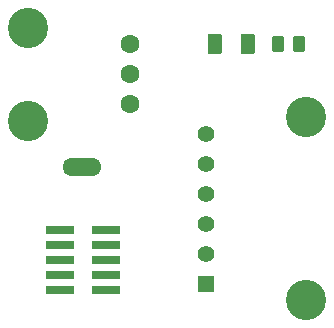
<source format=gbr>
%TF.GenerationSoftware,KiCad,Pcbnew,6.0.7-f9a2dced07~116~ubuntu20.04.1*%
%TF.CreationDate,2022-09-17T15:12:38-07:00*%
%TF.ProjectId,MAG_encoder_adapter,4d41475f-656e-4636-9f64-65725f616461,rev?*%
%TF.SameCoordinates,Original*%
%TF.FileFunction,Soldermask,Top*%
%TF.FilePolarity,Negative*%
%FSLAX46Y46*%
G04 Gerber Fmt 4.6, Leading zero omitted, Abs format (unit mm)*
G04 Created by KiCad (PCBNEW 6.0.7-f9a2dced07~116~ubuntu20.04.1) date 2022-09-17 15:12:38*
%MOMM*%
%LPD*%
G01*
G04 APERTURE LIST*
G04 Aperture macros list*
%AMRoundRect*
0 Rectangle with rounded corners*
0 $1 Rounding radius*
0 $2 $3 $4 $5 $6 $7 $8 $9 X,Y pos of 4 corners*
0 Add a 4 corners polygon primitive as box body*
4,1,4,$2,$3,$4,$5,$6,$7,$8,$9,$2,$3,0*
0 Add four circle primitives for the rounded corners*
1,1,$1+$1,$2,$3*
1,1,$1+$1,$4,$5*
1,1,$1+$1,$6,$7*
1,1,$1+$1,$8,$9*
0 Add four rect primitives between the rounded corners*
20,1,$1+$1,$2,$3,$4,$5,0*
20,1,$1+$1,$4,$5,$6,$7,0*
20,1,$1+$1,$6,$7,$8,$9,0*
20,1,$1+$1,$8,$9,$2,$3,0*%
G04 Aperture macros list end*
%ADD10C,3.403600*%
%ADD11R,1.397000X1.397000*%
%ADD12C,1.397000*%
%ADD13C,1.600200*%
%ADD14O,3.302000X1.524000*%
%ADD15RoundRect,0.250000X-0.262500X-0.450000X0.262500X-0.450000X0.262500X0.450000X-0.262500X0.450000X0*%
%ADD16RoundRect,0.250000X-0.375000X-0.625000X0.375000X-0.625000X0.375000X0.625000X-0.375000X0.625000X0*%
%ADD17R,2.387600X0.762000*%
G04 APERTURE END LIST*
D10*
%TO.C,J3*%
X182028900Y-110308500D03*
X182028900Y-125802500D03*
D11*
X173558000Y-124405500D03*
D12*
X173558000Y-121865500D03*
X173558000Y-119325500D03*
X173558000Y-116785500D03*
X173558000Y-114245500D03*
X173558000Y-111705500D03*
%TD*%
D10*
%TO.C,J2*%
X158516450Y-110620000D03*
X158516450Y-102740000D03*
D13*
X167156451Y-104140000D03*
X167156451Y-106680000D03*
X167156451Y-109220000D03*
%TD*%
D14*
%TO.C,REF\u002A\u002A*%
X163068000Y-114554000D03*
%TD*%
D15*
%TO.C,R1*%
X179655000Y-104140000D03*
X181480000Y-104140000D03*
%TD*%
D16*
%TO.C,D1*%
X174365000Y-104140000D03*
X177165000Y-104140000D03*
%TD*%
D17*
%TO.C,J1*%
X165124402Y-124968000D03*
X161224400Y-124968000D03*
X165124402Y-123698000D03*
X161224400Y-123698000D03*
X165124402Y-122428000D03*
X161224400Y-122428000D03*
X165124402Y-121158000D03*
X161224400Y-121158000D03*
X165124402Y-119888000D03*
X161224400Y-119888000D03*
%TD*%
M02*

</source>
